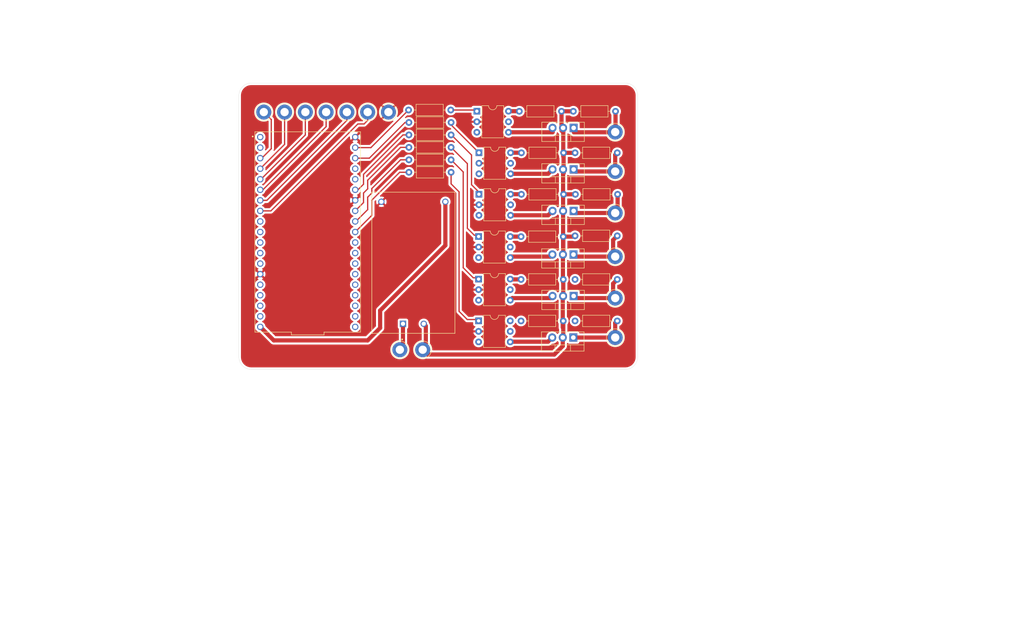
<source format=kicad_pcb>
(kicad_pcb (version 20240108) (generator "pcbnew") (generator_version "8.0")
  (layers (0 "F.Cu" signal) (31 "B.Cu" signal) (34 "B.Paste" user) (35 "F.Paste" user) (36 "B.SilkS" user "B.Silkscreen") (37 "F.SilkS" user "F.Silkscreen") (38 "B.Mask" user) (39 "F.Mask" user) (44 "Edge.Cuts" user))
  (net 0 "")
  (net 1 "AC")
  (net 2 "Net-(R2-Pad1)")
  (net 3 "Net-(R3-Pad2)")
  (net 4 "Net-(R5-Pad1)")
  (net 5 "Net-(R6-Pad2)")
  (net 6 "GND")
  (net 7 "Vcc")
  (net 8 "GNDPWR")
  (net 9 "Net-(Q1-A1)")
  (net 10 "Net-(Q1-G)")
  (net 11 "Net-(Q2-A1)")
  (net 12 "Net-(Q2-G)")
  (net 13 "Net-(Q3-A1)")
  (net 14 "Net-(Q3-G)")
  (net 15 "Net-(Q4-G)")
  (net 16 "Net-(Q4-A1)")
  (net 17 "Net-(Q5-A1)")
  (net 18 "Net-(Q5-G)")
  (net 19 "Net-(Q6-G)")
  (net 20 "Net-(Q6-A1)")
  (net 21 "Net-(R8-Pad1)")
  (net 22 "Net-(R9-Pad2)")
  (net 23 "Net-(R11-Pad1)")
  (net 24 "Net-(R12-Pad2)")
  (net 25 "Net-(R14-Pad1)")
  (net 26 "P2")
  (net 27 "P5")
  (net 28 "S3")
  (net 29 "Net-(R15-Pad2)")
  (net 30 "P1")
  (net 31 "Net-(R17-Pad1)")
  (net 32 "Net-(R18-Pad2)")
  (net 33 "P6")
  (net 34 "P4")
  (net 35 "S1")
  (net 36 "P3")
  (net 37 "S6")
  (net 38 "S4")
  (net 39 "S2")
  (net 40 "S5")
  (footprint "TestPoint:TestPoint_Loop_D3.80mm_Drill2.0mm" (layer "F.Cu") (at 186.58 103.31)
    (property "Reference" "TP18" (hide yes))
    (property "Value" "TestPoint" (hide yes))
    (pad "1" thru_hole circle (at 0 0) (size 3.6 3.6) (drill 2) (layers "*.Cu" "*.Mask") (net 20 "Net-(Q6-A1)"))
  )
  (footprint "Resistor_THT:R_Axial_DIN0207_L6.3mm_D2.5mm_P10.16mm_Horizontal" (layer "F.Cu") (at 176.92 89.31)
    (property "Reference" "R13" (hide yes))
    (property "Value" "470R" (hide yes))
    (pad "1" thru_hole circle (at 0 0) (size 1.6 1.6) (drill 0.8) (layers "*.Cu" "*.Mask") (net 8 "GNDPWR"))
    (pad "2" thru_hole oval (at 10.16 0) (size 1.6 1.6) (drill 0.8) (layers "*.Cu" "*.Mask") (net 17 "Net-(Q5-A1)"))
  )
  (footprint "Package_DIP:DIP-6_W7.62mm" (layer "F.Cu") (at 153.28 48.785)
    (property "Reference" "U1" (hide yes))
    (property "Value" "MOC3010M" (hide yes))
    (pad "1" thru_hole rect (at 0 0) (size 1.6 1.6) (drill 0.8) (layers "*.Cu" "*.Mask") (net 3 "Net-(R3-Pad2)"))
    (pad "2" thru_hole oval (at 0 2.54) (size 1.6 1.6) (drill 0.8) (layers "*.Cu" "*.Mask") (net 6 "GND"))
    (pad "3" thru_hole oval (at 0 5.08) (size 1.6 1.6) (drill 0.8) (layers "*.Cu" "*.Mask"))
    (pad "4" thru_hole oval (at 7.62 5.08) (size 1.6 1.6) (drill 0.8) (layers "*.Cu" "*.Mask") (net 10 "Net-(Q1-G)"))
    (pad "5" thru_hole oval (at 7.62 2.54) (size 1.6 1.6) (drill 0.8) (layers "*.Cu" "*.Mask"))
    (pad "6" thru_hole oval (at 7.62 0) (size 1.6 1.6) (drill 0.8) (layers "*.Cu" "*.Mask") (net 2 "Net-(R2-Pad1)"))
  )
  (footprint "TestPoint:TestPoint_Loop_D3.80mm_Drill2.0mm" (layer "F.Cu") (at 117 49)
    (property "Reference" "TP15" (hide yes))
    (property "Value" "TestPoint" (hide yes))
    (pad "1" thru_hole circle (at 0 0) (size 3.6 3.6) (drill 2) (layers "*.Cu" "*.Mask") (net 38 "S4"))
  )
  (footprint "Package_TO_SOT_THT:TO-220-3_Vertical" (layer "F.Cu") (at 176.58 93.31 180)
    (property "Reference" "Q5" (hide yes))
    (property "Value" "BTA16-600B" (hide yes))
    (pad "1" thru_hole rect (at 0 0 180) (size 1.905 2) (drill 1.1) (layers "*.Cu" "*.Mask") (net 17 "Net-(Q5-A1)"))
    (pad "2" thru_hole oval (at 2.54 0 180) (size 1.905 2) (drill 1.1) (layers "*.Cu" "*.Mask") (net 8 "GNDPWR"))
    (pad "3" thru_hole oval (at 5.08 0 180) (size 1.905 2) (drill 1.1) (layers "*.Cu" "*.Mask") (net 18 "Net-(Q5-G)"))
  )
  (footprint "Resistor_THT:R_Axial_DIN0207_L6.3mm_D2.5mm_P10.16mm_Horizontal" (layer "F.Cu") (at 163.92 79)
    (property "Reference" "R11" (hide yes))
    (property "Value" "330R" (hide yes))
    (pad "1" thru_hole circle (at 0 0) (size 1.6 1.6) (drill 0.8) (layers "*.Cu" "*.Mask") (net 23 "Net-(R11-Pad1)"))
    (pad "2" thru_hole oval (at 10.16 0) (size 1.6 1.6) (drill 0.8) (layers "*.Cu" "*.Mask") (net 8 "GNDPWR"))
  )
  (footprint "TestPoint:TestPoint_Loop_D3.80mm_Drill2.0mm" (layer "F.Cu") (at 107 49)
    (property "Reference" "TP19" (hide yes))
    (property "Value" "TestPoint" (hide yes))
    (pad "1" thru_hole circle (at 0 0) (size 3.6 3.6) (drill 2) (layers "*.Cu" "*.Mask") (net 39 "S2"))
  )
  (footprint "Resistor_THT:R_Axial_DIN0207_L6.3mm_D2.5mm_P10.16mm_Horizontal" (layer "F.Cu") (at 176.92 58.81)
    (property "Reference" "R4" (hide yes))
    (property "Value" "470R" (hide yes))
    (pad "1" thru_hole circle (at 0 0) (size 1.6 1.6) (drill 0.8) (layers "*.Cu" "*.Mask") (net 8 "GNDPWR"))
    (pad "2" thru_hole oval (at 10.16 0) (size 1.6 1.6) (drill 0.8) (layers "*.Cu" "*.Mask") (net 11 "Net-(Q2-A1)"))
  )
  (footprint "TestPoint:TestPoint_Loop_D3.80mm_Drill2.0mm" (layer "F.Cu") (at 127 49)
    (property "Reference" "TP17" (hide yes))
    (property "Value" "TestPoint" (hide yes))
    (pad "1" thru_hole circle (at 0 0) (size 3.6 3.6) (drill 2) (layers "*.Cu" "*.Mask") (net 37 "S6"))
  )
  (footprint "TestPoint:TestPoint_Loop_D3.80mm_Drill2.0mm" (layer "F.Cu") (at 112 49)
    (property "Reference" "TP16" (hide yes))
    (property "Value" "TestPoint" (hide yes))
    (pad "1" thru_hole circle (at 0 0) (size 3.6 3.6) (drill 2) (layers "*.Cu" "*.Mask") (net 28 "S3"))
  )
  (footprint "Resistor_THT:R_Axial_DIN0207_L6.3mm_D2.5mm_P10.16mm_Horizontal" (layer "F.Cu") (at 177 68.81)
    (property "Reference" "R7" (hide yes))
    (property "Value" "470R" (hide yes))
    (pad "1" thru_hole circle (at 0 0) (size 1.6 1.6) (drill 0.8) (layers "*.Cu" "*.Mask") (net 8 "GNDPWR"))
    (pad "2" thru_hole oval (at 10.16 0) (size 1.6 1.6) (drill 0.8) (layers "*.Cu" "*.Mask") (net 13 "Net-(Q3-A1)"))
  )
  (footprint "TestPoint:TestPoint_Loop_D3.80mm_Drill2.0mm" (layer "F.Cu") (at 186.58 73.31)
    (property "Reference" "TP5" (hide yes))
    (property "Value" "TestPoint" (hide yes))
    (pad "1" thru_hole circle (at 0 0) (size 3.6 3.6) (drill 2) (layers "*.Cu" "*.Mask") (net 13 "Net-(Q3-A1)"))
  )
  (footprint "Resistor_THT:R_Axial_DIN0207_L6.3mm_D2.5mm_P10.16mm_Horizontal" (layer "F.Cu") (at 163.92 89.31)
    (property "Reference" "R14" (hide yes))
    (property "Value" "330R" (hide yes))
    (pad "1" thru_hole circle (at 0 0) (size 1.6 1.6) (drill 0.8) (layers "*.Cu" "*.Mask") (net 25 "Net-(R14-Pad1)"))
    (pad "2" thru_hole oval (at 10.16 0) (size 1.6 1.6) (drill 0.8) (layers "*.Cu" "*.Mask") (net 8 "GNDPWR"))
  )
  (footprint "TestPoint:TestPoint_Loop_D3.80mm_Drill2.0mm" (layer "F.Cu") (at 134.75 106.25 180)
    (property "Reference" "TP10" (hide yes))
    (property "Value" "TestPoint" (hide yes))
    (pad "1" thru_hole circle (at 0 0 180) (size 3.6 3.6) (drill 2) (layers "*.Cu" "*.Mask") (net 1 "AC"))
  )
  (footprint "Package_DIP:DIP-6_W7.62mm" (layer "F.Cu") (at 153.7 78.975)
    (property "Reference" "U5" (hide yes))
    (property "Value" "MOC3010M" (hide yes))
    (pad "1" thru_hole rect (at 0 0) (size 1.6 1.6) (drill 0.8) (layers "*.Cu" "*.Mask") (net 24 "Net-(R12-Pad2)"))
    (pad "2" thru_hole oval (at 0 2.54) (size 1.6 1.6) (drill 0.8) (layers "*.Cu" "*.Mask") (net 6 "GND"))
    (pad "3" thru_hole oval (at 0 5.08) (size 1.6 1.6) (drill 0.8) (layers "*.Cu" "*.Mask"))
    (pad "4" thru_hole oval (at 7.62 5.08) (size 1.6 1.6) (drill 0.8) (layers "*.Cu" "*.Mask") (net 15 "Net-(Q4-G)"))
    (pad "5" thru_hole oval (at 7.62 2.54) (size 1.6 1.6) (drill 0.8) (layers "*.Cu" "*.Mask"))
    (pad "6" thru_hole oval (at 7.62 0) (size 1.6 1.6) (drill 0.8) (layers "*.Cu" "*.Mask") (net 23 "Net-(R11-Pad1)"))
  )
  (footprint "Resistor_THT:R_Axial_DIN0207_L6.3mm_D2.5mm_P10.16mm_Horizontal" (layer "F.Cu") (at 163.5 48.81)
    (property "Reference" "R2" (hide yes))
    (property "Value" "330R" (hide yes))
    (pad "1" thru_hole circle (at 0 0) (size 1.6 1.6) (drill 0.8) (layers "*.Cu" "*.Mask") (net 2 "Net-(R2-Pad1)"))
    (pad "2" thru_hole oval (at 10.16 0) (size 1.6 1.6) (drill 0.8) (layers "*.Cu" "*.Mask") (net 8 "GNDPWR"))
  )
  (footprint "Package_TO_SOT_THT:TO-220-3_Vertical" (layer "F.Cu") (at 176.58 72.81 180)
    (property "Reference" "Q3" (hide yes))
    (property "Value" "BTA16-600B" (hide yes))
    (pad "1" thru_hole rect (at 0 0 180) (size 1.905 2) (drill 1.1) (layers "*.Cu" "*.Mask") (net 13 "Net-(Q3-A1)"))
    (pad "2" thru_hole oval (at 2.54 0 180) (size 1.905 2) (drill 1.1) (layers "*.Cu" "*.Mask") (net 8 "GNDPWR"))
    (pad "3" thru_hole oval (at 5.08 0 180) (size 1.905 2) (drill 1.1) (layers "*.Cu" "*.Mask") (net 14 "Net-(Q3-G)"))
  )
  (footprint "TestPoint:TestPoint_Loop_D3.80mm_Drill2.0mm" (layer "F.Cu") (at 186.58 63.31)
    (property "Reference" "TP3" (hide yes))
    (property "Value" "TestPoint" (hide yes))
    (pad "1" thru_hole circle (at 0 0) (size 3.6 3.6) (drill 2) (layers "*.Cu" "*.Mask") (net 11 "Net-(Q2-A1)"))
  )
  (footprint "HLK-PM01:CONV_HLK-PM01" (layer "F.Cu") (at 138 85.3 90)
    (property "Reference" "PS1" (hide yes))
    (property "Value" "HLK-PM01" (hide yes))
    (pad "1" thru_hole rect (at -14.7 -2.5 90) (size 1.508 1.508) (drill 1) (layers "*.Cu" "*.Mask") (net 1 "AC"))
    (pad "2" thru_hole circle (at -14.7 2.5 90) (size 1.508 1.508) (drill 1) (layers "*.Cu" "*.Mask") (net 8 "GNDPWR"))
    (pad "3" thru_hole circle (at 14.7 -7.7 90) (size 1.508 1.508) (drill 1) (layers "*.Cu" "*.Mask") (net 6 "GND"))
    (pad "4" thru_hole circle (at 14.7 7.7 90) (size 1.508 1.508) (drill 1) (layers "*.Cu" "*.Mask") (net 7 "Vcc"))
  )
  (footprint "Package_DIP:DIP-6_W7.62mm" (layer "F.Cu") (at 153.78 58.785)
    (property "Reference" "U2" (hide yes))
    (property "Value" "MOC3010M" (hide yes))
    (pad "1" thru_hole rect (at 0 0) (size 1.6 1.6) (drill 0.8) (layers "*.Cu" "*.Mask") (net 5 "Net-(R6-Pad2)"))
    (pad "2" thru_hole oval (at 0 2.54) (size 1.6 1.6) (drill 0.8) (layers "*.Cu" "*.Mask") (net 6 "GND"))
    (pad "3" thru_hole oval (at 0 5.08) (size 1.6 1.6) (drill 0.8) (layers "*.Cu" "*.Mask"))
    (pad "4" thru_hole oval (at 7.62 5.08) (size 1.6 1.6) (drill 0.8) (layers "*.Cu" "*.Mask") (net 12 "Net-(Q2-G)"))
    (pad "5" thru_hole oval (at 7.62 2.54) (size 1.6 1.6) (drill 0.8) (layers "*.Cu" "*.Mask"))
    (pad "6" thru_hole oval (at 7.62 0) (size 1.6 1.6) (drill 0.8) (layers "*.Cu" "*.Mask") (net 4 "Net-(R5-Pad1)"))
  )
  (footprint "Package_TO_SOT_THT:TO-220-3_Vertical" (layer "F.Cu") (at 176.54 83.31 180)
    (property "Reference" "Q4" (hide yes))
    (property "Value" "BTA16-600B" (hide yes))
    (pad "1" thru_hole rect (at 0 0 180) (size 1.905 2) (drill 1.1) (layers "*.Cu" "*.Mask") (net 16 "Net-(Q4-A1)"))
    (pad "2" thru_hole oval (at 2.54 0 180) (size 1.905 2) (drill 1.1) (layers "*.Cu" "*.Mask") (net 8 "GNDPWR"))
    (pad "3" thru_hole oval (at 5.08 0 180) (size 1.905 2) (drill 1.1) (layers "*.Cu" "*.Mask") (net 15 "Net-(Q4-G)"))
  )
  (footprint "TestPoint:TestPoint_Loop_D3.80mm_Drill2.0mm" (layer "F.Cu") (at 102 49)
    (property "Reference" "TP20" (hide yes))
    (property "Value" "TestPoint" (hide yes))
    (pad "1" thru_hole circle (at 0 0) (size 3.6 3.6) (drill 2) (layers "*.Cu" "*.Mask") (net 35 "S1"))
  )
  (footprint "Resistor_THT:R_Axial_DIN0207_L6.3mm_D2.5mm_P10.16mm_Horizontal" (layer "F.Cu") (at 136.92 57.5)
    (property "Reference" "R12" (hide yes))
    (property "Value" "330R" (hide yes))
    (pad "1" thru_hole circle (at 0 0) (size 1.6 1.6) (drill 0.8) (layers "*.Cu" "*.Mask") (net 34 "P4"))
    (pad "2" thru_hole oval (at 10.16 0) (size 1.6 1.6) (drill 0.8) (layers "*.Cu" "*.Mask") (net 24 "Net-(R12-Pad2)"))
  )
  (footprint "Resistor_THT:R_Axial_DIN0207_L6.3mm_D2.5mm_P10.16mm_Horizontal" (layer "F.Cu") (at 136.92 63.5)
    (property "Reference" "R18" (hide yes))
    (property "Value" "330R" (hide yes))
    (pad "1" thru_hole circle (at 0 0) (size 1.6 1.6) (drill 0.8) (layers "*.Cu" "*.Mask") (net 33 "P6"))
    (pad "2" thru_hole oval (at 10.16 0) (size 1.6 1.6) (drill 0.8) (layers "*.Cu" "*.Mask") (net 32 "Net-(R18-Pad2)"))
  )
  (footprint "Resistor_THT:R_Axial_DIN0207_L6.3mm_D2.5mm_P10.16mm_Horizontal" (layer "F.Cu") (at 176.92 78.81)
    (property "Reference" "R10" (hide yes))
    (property "Value" "470R" (hide yes))
    (pad "1" thru_hole circle (at 0 0) (size 1.6 1.6) (drill 0.8) (layers "*.Cu" "*.Mask") (net 8 "GNDPWR"))
    (pad "2" thru_hole oval (at 10.16 0) (size 1.6 1.6) (drill 0.8) (layers "*.Cu" "*.Mask") (net 16 "Net-(Q4-A1)"))
  )
  (footprint "TestPoint:TestPoint_Loop_D3.80mm_Drill2.0mm" (layer "F.Cu") (at 122 49)
    (property "Reference" "TP21" (hide yes))
    (property "Value" "TestPoint" (hide yes))
    (pad "1" thru_hole circle (at 0 0) (size 3.6 3.6) (drill 2) (layers "*.Cu" "*.Mask") (net 40 "S5"))
  )
  (footprint "Resistor_THT:R_Axial_DIN0207_L6.3mm_D2.5mm_P10.16mm_Horizontal" (layer "F.Cu") (at 136.84 48.5)
    (property "Reference" "R3" (hide yes))
    (property "Value" "330R" (hide yes))
    (pad "1" thru_hole circle (at 0 0) (size 1.6 1.6) (drill 0.8) (layers "*.Cu" "*.Mask") (net 30 "P1"))
    (pad "2" thru_hole oval (at 10.16 0) (size 1.6 1.6) (drill 0.8) (layers "*.Cu" "*.Mask") (net 3 "Net-(R3-Pad2)"))
  )
  (footprint "Package_TO_SOT_THT:TO-220-3_Vertical" (layer "F.Cu") (at 176.58 52.81 180)
    (property "Reference" "Q1" (hide yes))
    (property "Value" "BTA16-600B" (hide yes))
    (pad "1" thru_hole rect (at 0 0 180) (size 1.905 2) (drill 1.1) (layers "*.Cu" "*.Mask") (net 9 "Net-(Q1-A1)"))
    (pad "2" thru_hole oval (at 2.54 0 180) (size 1.905 2) (drill 1.1) (layers "*.Cu" "*.Mask") (net 8 "GNDPWR"))
    (pad "3" thru_hole oval (at 5.08 0 180) (size 1.905 2) (drill 1.1) (layers "*.Cu" "*.Mask") (net 10 "Net-(Q1-G)"))
  )
  (footprint "TestPoint:TestPoint_Loop_D3.80mm_Drill2.0mm" (layer "F.Cu") (at 186.58 53.81)
    (property "Reference" "TP1" (hide yes))
    (property "Value" "TestPoint" (hide yes))
    (pad "1" thru_hole circle (at 0 0) (size 3.6 3.6) (drill 2) (layers "*.Cu" "*.Mask") (net 9 "Net-(Q1-A1)"))
  )
  (footprint "Resistor_THT:R_Axial_DIN0207_L6.3mm_D2.5mm_P10.16mm_Horizontal" (layer "F.Cu") (at 136.92 54.5)
    (property "Reference" "R9" (hide yes))
    (property "Value" "330R" (hide yes))
    (pad "1" thru_hole circle (at 0 0) (size 1.6 1.6) (drill 0.8) (layers "*.Cu" "*.Mask") (net 36 "P3"))
    (pad "2" thru_hole oval (at 10.16 0) (size 1.6 1.6) (drill 0.8) (layers "*.Cu" "*.Mask") (net 22 "Net-(R9-Pad2)"))
  )
  (footprint "Resistor_THT:R_Axial_DIN0207_L6.3mm_D2.5mm_P10.16mm_Horizontal" (layer "F.Cu") (at 136.92 60.5)
    (property "Reference" "R15" (hide yes))
    (property "Value" "330R" (hide yes))
    (pad "1" thru_hole circle (at 0 0) (size 1.6 1.6) (drill 0.8) (layers "*.Cu" "*.Mask") (net 27 "P5"))
    (pad "2" thru_hole oval (at 10.16 0) (size 1.6 1.6) (drill 0.8) (layers "*.Cu" "*.Mask") (net 29 "Net-(R15-Pad2)"))
  )
  (footprint "TestPoint:TestPoint_Loop_D3.80mm_Drill2.0mm" (layer "F.Cu") (at 132 49)
    (property "Reference" "TP12" (hide yes))
    (property "Value" "TestPoint" (hide yes))
    (pad "1" thru_hole circle (at 0 0) (size 3.6 3.6) (drill 2) (layers "*.Cu" "*.Mask") (net 6 "GND"))
  )
  (footprint "Package_DIP:DIP-6_W7.62mm" (layer "F.Cu") (at 153.7 89.23)
    (property "Reference" "U6" (hide yes))
    (property "Value" "MOC3010M" (hide yes))
    (pad "1" thru_hole rect (at 0 0) (size 1.6 1.6) (drill 0.8) (layers "*.Cu" "*.Mask") (net 29 "Net-(R15-Pad2)"))
    (pad "2" thru_hole oval (at 0 2.54) (size 1.6 1.6) (drill 0.8) (layers "*.Cu" "*.Mask") (net 6 "GND"))
    (pad "3" thru_hole oval (at 0 5.08) (size 1.6 1.6) (drill 0.8) (layers "*.Cu" "*.Mask"))
    (pad "4" thru_hole oval (at 7.62 5.08) (size 1.6 1.6) (drill 0.8) (layers "*.Cu" "*.Mask") (net 18 "Net-(Q5-G)"))
    (pad "5" thru_hole oval (at 7.62 2.54) (size 1.6 1.6) (drill 0.8) (layers "*.Cu" "*.Mask"))
    (pad "6" thru_hole oval (at 7.62 0) (size 1.6 1.6) (drill 0.8) (layers "*.Cu" "*.Mask") (net 25 "Net-(R14-Pad1)"))
  )
  (footprint "Package_DIP:DIP-6_W7.62mm" (layer "F.Cu") (at 153.7 99.285)
    (property "Reference" "U7" (hide yes))
    (property "Value" "MOC3010M" (hide yes))
    (pad "1" thru_hole rect (at 0 0) (size 1.6 1.6) (drill 0.8) (layers "*.Cu" "*.Mask") (net 32 "Net-(R18-Pad2)"))
    (pad "2" thru_hole oval (at 0 2.54) (size 1.6 1.6) (drill 0.8) (layers "*.Cu" "*.Mask") (net 6 "GND"))
    (pad "3" thru_hole oval (at 0 5.08) (size 1.6 1.6) (drill 0.8) (layers "*.Cu" "*.Mask"))
    (pad "4" thru_hole oval (at 7.62 5.08) (size 1.6 1.6) (drill 0.8) (layers "*.Cu" "*.Mask") (net 19 "Net-(Q6-G)"))
    (pad "5" thru_hole oval (at 7.62 2.54) (size 1.6 1.6) (drill 0.8) (layers "*.Cu" "*.Mask"))
    (pad "6" thru_hole oval (at 7.62 0) (size 1.6 1.6) (drill 0.8) (layers "*.Cu" "*.Mask") (net 31 "Net-(R17-Pad1)"))
  )
  (footprint "TestPoint:TestPoint_Loop_D3.80mm_Drill2.0mm" (layer "F.Cu") (at 186.58 83.81)
    (property "Reference" "TP7" (hide yes))
    (property "Value" "TestPoint" (hide yes))
    (pad "1" thru_hole circle (at 0 0) (size 3.6 3.6) (drill 2) (layers "*.Cu" "*.Mask") (net 16 "Net-(Q4-A1)"))
  )
  (footprint "NODEMCU-32S:MODULE_NODEMCU-32S" (layer "F.Cu") (at 112.57 77.88)
    (property "Reference" "U3" (hide yes))
    (property "Value" "NODEMCU-32S" (hide yes))
    (pad "J1_1" thru_hole circle (at -11.43 -22.86) (size 1.524 1.524) (drill 1.016) (layers "*.Cu" "*.Mask"))
    (pad "J1_2" thru_hole circle (at -11.43 -20.32) (size 1.524 1.524) (drill 1.016) (layers "*.Cu" "*.Mask"))
    (pad "J1_3" thru_hole circle (at -11.43 -17.78) (size 1.524 1.524) (drill 1.016) (layers "*.Cu" "*.Mask") (net 35 "S1"))
    (pad "J1_4" thru_hole circle (at -11.43 -15.24) (size 1.524 1.524) (drill 1.016) (layers "*.Cu" "*.Mask") (net 39 "S2"))
    (pad "J1_5" thru_hole circle (at -11.43 -12.7) (size 1.524 1.524) (drill 1.016) (layers "*.Cu" "*.Mask") (net 28 "S3"))
    (pad "J1_6" thru_hole circle (at -11.43 -10.16) (size 1.524 1.524) (drill 1.016) (layers "*.Cu" "*.Mask") (net 38 "S4"))
    (pad "J1_7" thru_hole circle (at -11.43 -7.62) (size 1.524 1.524) (drill 1.016) (layers "*.Cu" "*.Mask") (net 40 "S5"))
    (pad "J1_8" thru_hole circle (at -11.43 -5.08) (size 1.524 1.524) (drill 1.016) (layers "*.Cu" "*.Mask") (net 37 "S6"))
    (pad "J1_9" thru_hole circle (at -11.43 -2.54) (size 1.524 1.524) (drill 1.016) (layers "*.Cu" "*.Mask"))
    (pad "J1_10" thru_hole circle (at -11.43 0) (size 1.524 1.524) (drill 1.016) (layers "*.Cu" "*.Mask"))
    (pad "J1_11" thru_hole circle (at -11.43 2.54) (size 1.524 1.524) (drill 1.016) (layers "*.Cu" "*.Mask"))
    (pad "J1_12" thru_hole circle (at -11.43 5.08) (size 1.524 1.524) (drill 1.016) (layers "*.Cu" "*.Mask"))
    (pad "J1_13" thru_hole circle (at -11.43 7.62) (size 1.524 1.524) (drill 1.016) (layers "*.Cu" "*.Mask"))
    (pad "J1_14" thru_hole circle (at -11.43 10.16) (size 1.524 1.524) (drill 1.016) (layers "*.Cu" "*.Mask") (net 6 "GND"))
    (pad "J1_15" thru_hole circle (at -11.43 12.7) (size 1.524 1.524) (drill 1.016) (layers "*.Cu" "*.Mask"))
    (pad "J1_16" thru_hole circle (at -11.43 15.24) (size 1.524 1.524) (drill 1.016) (layers "*.Cu" "*.Mask"))
    (pad "J1_17" thru_hole circle (at -11.43 17.78) (size 1.524 1.524) (drill 1.016) (layers "*.Cu" "*.Mask"))
    (pad "J1_18" thru_hole circle (at -11.43 20.32) (size 1.524 1.524) (drill 1.016) (layers "*.Cu" "*.Mask"))
    (pad "J1_19" thru_hole circle (at -11.43 22.86) (size 1.524 1.524) (drill 1.016) (layers "*.Cu" "*.Mask") (net 7 "Vcc"))
    (pad "J2_1" thru_hole circle (at 11.43 -22.86) (size 1.524 1.524) (drill 1.016) (layers "*.Cu" "*.Mask") (net 6 "GND"))
    (pad "J2_2" thru_hole circle (at 11.43 -20.32) (size 1.524 1.524) (drill 1.016) (layers "*.Cu" "*.Mask") (net 30 "P1"))
    (pad "J2_3" thru_hole circle (at 11.43 -17.78) (size 1.524 1.524) (drill 1.016) (layers "*.Cu" "*.Mask") (net 26 "P2"))
    (pad "J2_4" thru_hole circle (at 11.43 -15.24) (size 1.524 1.524) (drill 1.016) (layers "*.Cu" "*.Mask"))
    (pad "J2_5" thru_hole circle (at 11.43 -12.7) (size 1.524 1.524) (drill 1.016) (layers "*.Cu" "*.Mask"))
    (pad "J2_6" thru_hole circle (at 11.43 -10.16) (size 1.524 1.524) (drill 1.016) (layers "*.Cu" "*.Mask") (net 36 "P3"))
    (pad "J2_7" thru_hole circle (at 11.43 -7.62) (size 1.524 1.524) (drill 1.016) (layers "*.Cu" "*.Mask") (net 6 "GND"))
    (pad "J2_8" thru_hole circle (at 11.43 -5.08) (size 1.524 1.524) (drill 1.016) (layers "*.Cu" "*.Mask") (net 34 "P4"))
    (pad "J2_9" thru_hole circle (at 11.43 -2.54) (size 1.524 1.524) (drill 1.016) (layers "*.Cu" "*.Mask") (net 27 "P5"))
    (pad "J2_10" thru_hole circle (at 11.43 0) (size 1.524 1.524) (drill 1.016) (layers "*.Cu" "*.Mask") (net 33 "P6"))
    (pad "J2_11" thru_hole circle (at 11.43 2.54) (size 1.524 1.524) (drill 1.016) (layers "*.Cu" "*.Mask"))
    (pad "J2_12" thru_hole circle (at 11.43 5.08) (size 1.524 1.524) (drill 1.016) (layers "*.Cu" "*.Mask"))
    (pad "J2_13" thru_hole circle (at 11.43 7.62) (size 1.524 1.524) (drill 1.016) (layers "*.Cu" "*.Mask"))
    (pad "J2_14" thru_hole circle (at 11.43 10.16) (size 1.524 1.524) (drill 1.016) (layers "*.Cu" "*.Mask"))
    (pad "J2_15" thru_hole circle (at 11.43 12.7) (size 1.524 1.524) (drill 1.016) (layers "*.Cu" "*.Mask"))
    (pad "J2_16" thru_hole circle (at 11.43 15.24) (size 1.524 1.524) (drill 1.016) (layers "*.Cu" "*.Mask"))
    (pad "J2_17" thru_hole circle (at 11.43 17.78) (size 1.524 1.524) (drill 1.016) (layers "*.Cu" "*.Mask"))
    (pad "J2_18" thru_hole circle (at 11.43 20.32) (size 1.524 1.524) (drill 1.016) (layers "*.Cu" "*.Mask"))
    (pad "J2_19" thru_hole circle (at 11.43 22.86) (size 1.524 1.524) (drill 1.016) (layers "*.Cu" "*.Mask"))
  )
  (footprint "Resistor_THT:R_Axial_DIN0207_L6.3mm_D2.5mm_P10.16mm_Horizontal" (layer "F.Cu") (at 164 58.81)
    (property "Reference" "R5" (hide yes))
    (property "Value" "330R" (hide yes))
    (pad "1" thru_hole circle (at 0 0) (size 1.6 1.6) (drill 0.8) (layers "*.Cu" "*.Mask") (net 4 "Net-(R5-Pad1)"))
    (pad "2" thru_hole oval (at 10.16 0) (size 1.6 1.6) (drill 0.8) (layers "*.Cu" "*.Mask") (net 8 "GNDPWR"))
  )
  (footprint "Package_TO_SOT_THT:TO-220-3_Vertical" (layer "F.Cu") (at 176.58 62.81 180)
    (property "Reference" "Q2" (hide yes))
    (property "Value" "BTA16-600B" (hide yes))
    (pad "1" thru_hole rect (at 0 0 180) (size 1.905 2) (drill 1.1) (layers "*.Cu" "*.Mask") (net 11 "Net-(Q2-A1)"))
    (pad "2" thru_hole oval (at 2.54 0 180) (size 1.905 2) (drill 1.1) (layers "*.Cu" "*.Mask") (net 8 "GNDPWR"))
    (pad "3" thru_hole oval (at 5.08 0 180) (size 1.905 2) (drill 1.1) (layers "*.Cu" "*.Mask") (net 12 "Net-(Q2-G)"))
  )
  (footprint "Resistor_THT:R_Axial_DIN0207_L6.3mm_D2.5mm_P10.16mm_Horizontal" (layer "F.Cu") (at 176.5 48.81)
    (property "Reference" "R1" (hide yes))
    (property "Value" "470R" (hide yes))
    (pad "1" thru_hole circle (at 0 0) (size 1.6 1.6) (drill 0.8) (layers "*.Cu" "*.Mask") (net 8 "GNDPWR"))
    (pad "2" thru_hole oval (at 10.16 0) (size 1.6 1.6) (drill 0.8) (layers "*.Cu" "*.Mask") (net 9 "Net-(Q1-A1)"))
  )
  (footprint "Resistor_THT:R_Axial_DIN0207_L6.3mm_D2.5mm_P10.16mm_Horizontal" (layer "F.Cu") (at 136.92 51.5)
    (property "Reference" "R6" (hide yes))
    (property "Value" "330R" (hide yes))
    (pad "1" thru_hole circle (at 0 0) (size 1.6 1.6) (drill 0.8) (layers "*.Cu" "*.Mask") (net 26 "P2"))
    (pad "2" thru_hole oval (at 10.16 0) (size 1.6 1.6) (drill 0.8) (layers "*.Cu" "*.Mask") (net 5 "Net-(R6-Pad2)"))
  )
  (footprint "Resistor_THT:R_Axial_DIN0207_L6.3mm_D2.5mm_P10.16mm_Horizontal" (layer "F.Cu") (at 176.92 99.31)
    (property "Reference" "R16" (hide yes))
    (property "Value" "470R" (hide yes))
    (pad "1" thru_hole circle (at 0 0) (size 1.6 1.6) (drill 0.8) (layers "*.Cu" "*.Mask") (net 8 "GNDPWR"))
    (pad "2" thru_hole oval (at 10.16 0) (size 1.6 1.6) (drill 0.8) (layers "*.Cu" "*.Mask") (net 20 "Net-(Q6-A1)"))
  )
  (footprint "TestPoint:TestPoint_Loop_D3.80mm_Drill2.0mm" (layer "F.Cu") (at 140.25 106.25 180)
    (property "Reference" "TP2" (hide yes))
    (property "Value" "TestPoint" (hide yes))
    (pad "1" thru_hole circle (at 0 0 180) (size 3.6 3.6) (drill 2) (layers "*.Cu" "*.Mask") (net 8 "GNDPWR"))
  )
  (footprint "Package_DIP:DIP-6_W7.62mm" (layer "F.Cu") (at 153.78 68.785)
    (property "Reference" "U4" (hide yes))
    (property "Value" "MOC3010M" (hide yes))
    (pad "1" thru_hole rect (at 0 0) (size 1.6 1.6) (drill 0.8) (layers "*.Cu" "*.Mask") (net 22 "Net-(R9-Pad2)"))
    (pad "2" thru_hole oval (at 0 2.54) (size 1.6 1.6) (drill 0.8) (layers "*.Cu" "*.Mask") (net 6 "GND"))
    (pad "3" thru_hole oval (at 0 5.08) (size 1.6 1.6) (drill 0.8) (layers "*.Cu" "*.Mask"))
    (pad "4" thru_hole oval (at 7.62 5.08) (size 1.6 1.6) (drill 0.8) (layers "*.Cu" "*.Mask") (net 14 "Net-(Q3-G)"))
    (pad "5" thru_hole oval (at 7.62 2.54) (size 1.6 1.6) (drill 0.8) (layers "*.Cu" "*.Mask"))
    (pad "6" thru_hole oval (at 7.62 0) (size 1.6 1.6) (drill 0.8) (layers "*.Cu" "*.Mask") (net 21 "Net-(R8-Pad1)"))
  )
  (footprint "Resistor_THT:R_Axial_DIN0207_L6.3mm_D2.5mm_P10.16mm_Horizontal" (layer "F.Cu") (at 163.92 99.31)
    (property "Reference" "R17" (hide yes))
    (property "Value" "330R" (hide yes))
    (pad "1" thru_hole circle (at 0 0) (size 1.6 1.6) (drill 0.8) (layers "*.Cu" "*.Mask") (net 31 "Net-(R17-Pad1)"))
    (pad "2" thru_hole oval (at 10.16 0) (size 1.6 1.6) (drill 0.8) (layers "*.Cu" "*.Mask") (net 8 "GNDPWR"))
  )
  (footprint "TestPoint:TestPoint_Loop_D3.80mm_Drill2.0mm" (layer "F.Cu") (at 186.58 93.81)
    (property "Reference" "TP9" (hide yes))
    (property "Value" "TestPoint" (hide yes))
    (pad "1" thru_hole circle (at 0 0) (size 3.6 3.6) (drill 2) (layers "*.Cu" "*.Mask") (net 17 "Net-(Q5-A1)"))
  )
  (footprint "Package_TO_SOT_THT:TO-220-3_Vertical" (layer "F.Cu") (at 176.5 103.31 180)
    (property "Reference" "Q6" (hide yes))
    (property "Value" "BTA16-600B" (hide yes))
    (pad "1" thru_hole rect (at 0 0 180) (size 1.905 2) (drill 1.1) (layers "*.Cu" "*.Mask") (net 20 "Net-(Q6-A1)"))
    (pad "2" thru_hole oval (at 2.54 0 180) (size 1.905 2) (drill 1.1) (layers "*.Cu" "*.Mask") (net 8 "GNDPWR"))
    (pad "3" thru_hole oval (at 5.08 0 180) (size 1.905 2) (drill 1.1) (layers "*.Cu" "*.Mask") (net 19 "Net-(Q6-G)"))
  )
  (footprint "Resistor_THT:R_Axial_DIN0207_L6.3mm_D2.5mm_P10.16mm_Horizontal" (layer "F.Cu") (at 164 68.81)
    (property "Reference" "R8" (hide yes))
    (property "Value" "330R" (hide yes))
    (pad "1" thru_hole circle (at 0 0) (size 1.6 1.6) (drill 0.8) (layers "*.Cu" "*.Mask") (net 21 "Net-(R8-Pad1)"))
    (pad "2" thru_hole oval (at 10.16 0) (size 1.6 1.6) (drill 0.8) (layers "*.Cu" "*.Mask") (net 8 "GNDPWR"))
  )
  (gr_arc (start 96 45) (mid 96.87868 42.87868) (end 99 42) (stroke (width 0.05)) (layer "Edge.Cuts"))
  (gr_arc (start 192 108) (mid 191.12132 110.12132) (end 189 111) (stroke (width 0.05)) (layer "Edge.Cuts"))
  (gr_line (start 189 111) (end 99 111) (stroke (width 0.05)) (layer "Edge.Cuts"))
  (gr_line (start 99 42) (end 189 42) (stroke (width 0.05)) (layer "Edge.Cuts"))
  (gr_line (start 96 108) (end 96 45) (stroke (width 0.05)) (layer "Edge.Cuts"))
  (gr_arc (start 189 42) (mid 191.12132 42.87868) (end 192 45) (stroke (width 0.05)) (layer "Edge.Cuts"))
  (gr_line (start 192 45) (end 192 108) (stroke (width 0.05)) (layer "Edge.Cuts"))
  (gr_arc (start 99 111) (mid 96.87868 110.12132) (end 96 108) (stroke (width 0.05)) (layer "Edge.Cuts"))
  (segment (start 135.5 105.5) (end 135.5 100) (width 1) (layer "F.Cu") (net 1))
  (segment (start 134.75 106.25) (end 135.25 105.75) (width 0.3) (layer "F.Cu") (net 1))
  (segment (start 134.75 106.25) (end 135.5 105.5) (width 1) (layer "F.Cu") (net 1))
  (segment (start 163.475 48.785) (end 163.5 48.81) (width 1) (layer "F.Cu") (net 2))
  (segment (start 160.9 48.785) (end 163.475 48.785) (width 1) (layer "F.Cu") (net 2))
  (segment (start 152.995 48.5) (end 153.28 48.785) (width 0.3) (layer "F.Cu") (net 3))
  (segment (start 147 48.5) (end 152.995 48.5) (width 0.3) (layer "F.Cu") (net 3))
  (segment (start 152.755 49.31) (end 153.28 48.785) (width 0.3) (layer "F.Cu") (net 3))
  (segment (start 163.975 58.785) (end 164 58.81) (width 1) (layer "F.Cu") (net 4))
  (segment (start 161.4 58.785) (end 163.975 58.785) (width 1) (layer "F.Cu") (net 4))
  (segment (start 146.5 51.5) (end 153.785 58.785) (width 0.3) (layer "F.Cu") (net 5))
  (segment (start 132 50.5) (end 132 49) (width 0.3) (layer "F.Cu") (net 6))
  (segment (start 100.82 87.72) (end 101.14 88.04) (width 0.3) (layer "F.Cu") (net 6))
  (segment (start 130 101) (end 127 104) (width 1) (layer "F.Cu") (net 7))
  (segment (start 104.4 104) (end 101.14 100.74) (width 1) (layer "F.Cu") (net 7))
  (segment (start 130 96.807581) (end 130 101) (width 1) (layer "F.Cu") (net 7))
  (segment (start 145.7 70.6) (end 145.7 81.107581) (width 1) (layer "F.Cu") (net 7))
  (segment (start 145.7 81.107581) (end 130 96.807581) (width 1) (layer "F.Cu") (net 7))
  (segment (start 127 104) (end 104.4 104) (width 1) (layer "F.Cu") (net 7))
  (segment (start 174.08 89.31) (end 174.08 93.19) (width 1) (layer "F.Cu") (net 8))
  (segment (start 140.25 106.25) (end 140.75 105.75) (width 0.3) (layer "F.Cu") (net 8))
  (segment (start 174.04 65.35) (end 174.04 81.69) (width 1) (layer "F.Cu") (net 8))
  (segment (start 174 89.23) (end 174.08 89.31) (width 1) (layer "F.Cu") (net 8))
  (segment (start 173.96 94) (end 173.96 100.88) (width 1) (layer "F.Cu") (net 8))
  (segment (start 140.25 106.25) (end 141 105.5) (width 1) (layer "F.Cu") (net 8))
  (segment (start 141.4 107.4) (end 171.925 107.4) (width 1) (layer "F.Cu") (net 8))
  (segment (start 141 105.5) (end 141 100.5) (width 1) (layer "F.Cu") (net 8))
  (segment (start 174.04 65.27) (end 174.04 62.81) (width 1) (layer "F.Cu") (net 8))
  (segment (start 177 58.81) (end 174.16 58.81) (width 1) (layer "F.Cu") (net 8))
  (segment (start 174.08 79) (end 174.08 83.475) (width 1) (layer "F.Cu") (net 8))
  (segment (start 174.16 68.81) (end 177 68.81) (width 1) (layer "F.Cu") (net 8))
  (segment (start 141 100.5) (end 140.5 100) (width 0.3) (layer "F.Cu") (net 8))
  (segment (start 174.08 99.31) (end 174.08 103.93) (width 1) (layer "F.Cu") (net 8))
  (segment (start 173.66 48.81) (end 176.5 48.81) (width 1) (layer "F.Cu") (net 8))
  (segment (start 174.16 63.73) (end 174.08 63.81) (width 1) (layer "F.Cu") (net 8))
  (segment (start 174.08 53.865) (end 174.08 59.73) (width 1) (layer "F.Cu") (net 8))
  (segment (start 174.08 79) (end 176.92 79) (width 1) (layer "F.Cu") (net 8))
  (segment (start 173.66 53.445) (end 174.08 53.865) (width 1) (layer "F.Cu") (net 8))
  (segment (start 174.16 68.81) (end 174.12 68.85) (width 1) (layer "F.Cu") (net 8))
  (segment (start 174.08 83.475) (end 174 83.555) (width 1) (layer "F.Cu") (net 8))
  (segment (start 140.25 106.25) (end 141.4 107.4) (width 1) (layer "F.Cu") (net 8))
  (segment (start 174 83.555) (end 174 89.92) (width 1) (layer "F.Cu") (net 8))
  (segment (start 173.96 78.88) (end 174.08 79) (width 1) (layer "F.Cu") (net 8))
  (segment (start 171.925 107.4) (end 173.96 105.365) (width 1) (layer "F.Cu") (net 8))
  (segment (start 174.04 78.96) (end 174.08 79) (width 1) (layer "F.Cu") (net 8))
  (segment (start 173.96 105.365) (end 173.96 103.31) (width 1) (layer "F.Cu") (net 8))
  (segment (start 174.16 58.81) (end 174.16 63.73) (width 1) (layer "F.Cu") (net 8))
  (segment (start 174.08 58.73) (end 174.16 58.81) (width 1) (layer "F.Cu") (net 8))
  (segment (start 174.04 68.69) (end 174.16 68.81) (width 1) (layer "F.Cu") (net 8))
  (segment (start 173.96 99.19) (end 174.08 99.31) (width 1) (layer "F.Cu") (net 8))
  (segment (start 173.66 48.81) (end 173.66 53.445) (width 1) (layer "F.Cu") (net 8))
  (segment (start 174.08 93.19) (end 173.96 93.31) (width 1) (layer "F.Cu") (net 8))
  (segment (start 186.66 53.73) (end 186.58 53.81) (width 1) (layer "F.Cu") (net 9))
  (segment (start 186.525 53.865) (end 186.58 53.81) (width 1) (layer "F.Cu") (net 9))
  (segment (start 176.62 53.865) (end 186.525 53.865) (width 1) (layer "F.Cu") (net 9))
  (segment (start 186.66 48.81) (end 186.66 53.73) (width 1) (layer "F.Cu") (net 9))
  (segment (start 160.9 53.865) (end 171.54 53.865) (width 1) (layer "F.Cu") (net 10))
  (segment (start 186.58 63.31) (end 177.08 63.31) (width 1) (layer "F.Cu") (net 11))
  (segment (start 186.58 63.31) (end 186.58 59.31) (width 1) (layer "F.Cu") (net 11))
  (segment (start 186.58 59.31) (end 187.08 58.81) (width 1) (layer "F.Cu") (net 11))
  (segment (start 177.08 63.31) (end 176.58 62.81) (width 1) (layer "F.Cu") (net 11))
  (segment (start 161.4 63.865) (end 170.445 63.865) (width 1) (layer "F.Cu") (net 12))
  (segment (start 170.445 63.865) (end 171.5 62.81) (width 1) (layer "F.Cu") (net 12))
  (segment (start 186.58 73.31) (end 177.08 73.31) (width 1) (layer "F.Cu") (net 13))
  (segment (start 177.08 73.31) (end 176.58 72.81) (width 1) (layer "F.Cu") (net 13))
  (segment (start 187.16 72.73) (end 186.58 73.31) (width 1) (layer "F.Cu") (net 13))
  (segment (start 187.16 68.81) (end 187.16 72.73) (width 1) (layer "F.Cu") (net 13))
  (segment (start 161.4 73.865) (end 170.445 73.865) (width 1) (layer "F.Cu") (net 14))
  (segment (start 170.445 73.865) (end 171.5 72.81) (width 1) (layer "F.Cu") (net 14))
  (segment (start 170.96 83.81) (end 161.565 83.81) (width 1) (layer "F.Cu") (net 15))
  (segment (start 161.565 83.81) (end 161.32 84.055) (width 1) (layer "F.Cu") (net 15))
  (segment (start 171.46 83.31) (end 170.96 83.81) (width 1) (layer "F.Cu") (net 15))
  (segment (start 177.04 83.81) (end 176.54 83.31) (width 1) (layer "F.Cu") (net 16))
  (segment (start 186.08 83.81) (end 177.04 83.81) (width 1) (layer "F.Cu") (net 16))
  (segment (start 186.08 79.81) (end 187.08 78.81) (width 1) (layer "F.Cu") (net 16))
  (segment (start 186.08 83.81) (end 186.08 79.81) (width 1) (layer "F.Cu") (net 16))
  (segment (start 177.08 93.81) (end 176.58 93.31) (width 1) (layer "F.Cu") (net 17))
  (segment (start 186.08 90.31) (end 187.08 89.31) (width 1) (layer "F.Cu") (net 17))
  (segment (start 186.08 93.81) (end 177.08 93.81) (width 1) (layer "F.Cu") (net 17))
  (segment (start 186.08 93.81) (end 186.08 90.31) (width 1) (layer "F.Cu") (net 17))
  (segment (start 171 93.81) (end 161.82 93.81) (width 1) (layer "F.Cu") (net 18))
  (segment (start 171.5 93.31) (end 171 93.81) (width 1) (layer "F.Cu") (net 18))
  (segment (start 161.82 93.81) (end 161.32 94.31) (width 1) (layer "F.Cu") (net 18))
  (segment (start 171.42 103.31) (end 170.42 104.31) (width 1) (layer "F.Cu") (net 19))
  (segment (start 170.42 104.31) (end 161.375 104.31) (width 1) (layer "F.Cu") (net 19))
  (segment (start 161.375 104.31) (end 161.32 104.365) (width 1) (layer "F.Cu") (net 19))
  (segment (start 186.58 99.81) (end 187.08 99.31) (width 1) (layer "F.Cu") (net 20))
  (segment (start 186.58 103.31) (end 176.5 103.31) (width 1) (layer "F.Cu") (net 20))
  (segment (start 186.58 103.31) (end 186.58 99.81) (width 1) (layer "F.Cu") (net 20))
  (segment (start 163.975 68.785) (end 164 68.81) (width 1) (layer "F.Cu") (net 21))
  (segment (start 161.4 68.785) (end 163.975 68.785) (width 1) (layer "F.Cu") (net 21))
  (segment (start 147.15 54.5) (end 152 59.35) (width 0.3) (layer "F.Cu") (net 22))
  (segment (start 152 66.5) (end 154.285 68.785) (width 0.3) (layer "F.Cu") (net 22))
  (segment (start 152 59.35) (end 152 66.5) (width 0.3) (layer "F.Cu") (net 22))
  (segment (start 161.345 79) (end 161.32 78.975) (width 1) (layer "F.Cu") (net 23))
  (segment (start 163.92 79) (end 161.345 79) (width 1) (layer "F.Cu") (net 23))
  (segment (start 151 77) (end 152.665 78.665) (width 0.3) (layer "F.Cu") (net 24))
  (segment (start 153.39 78.665) (end 153.7 78.975) (width 0.3) (layer "F.Cu") (net 24))
  (segment (start 152.665 78.665) (end 153.39 78.665) (width 0.3) (layer "F.Cu") (net 24))
  (segment (start 151 61.42) (end 151 77) (width 0.3) (layer "F.Cu") (net 24))
  (segment (start 147.08 57.5) (end 151 61.42) (width 0.3) (layer "F.Cu") (net 24))
  (segment (start 163.92 89.31) (end 161.4 89.31) (width 1) (layer "F.Cu") (net 25))
  (segment (start 161.4 89.31) (end 161.32 89.23) (width 1) (layer "F.Cu") (net 25))
  (segment (start 136 51.5) (end 127.4 60.1) (width 0.3) (layer "F.Cu") (net 26))
  (segment (start 127.4 60.1) (end 124 60.1) (width 0.3) (layer "F.Cu") (net 26))
  (segment (start 136.92 51.5) (end 136 51.5) (width 0.3) (layer "F.Cu") (net 26))
  (segment (start 127 69.5) (end 128 68.5) (width 0.3) (layer "F.Cu") (net 27))
  (segment (start 128 67.42) (end 134.92 60.5) (width 0.3) (layer "F.Cu") (net 27))
  (segment (start 127 72.5) (end 127 69.5) (width 0.3) (layer "F.Cu") (net 27))
  (segment (start 134.92 60.5) (end 136.92 60.5) (width 0.3) (layer "F.Cu") (net 27))
  (segment (start 128 68.5) (end 128 67.42) (width 0.3) (layer "F.Cu") (net 27))
  (segment (start 124 75.34) (end 124.16 75.34) (width 0.3) (layer "F.Cu") (net 27))
  (segment (start 124.16 75.34) (end 127 72.5) (width 0.3) (layer "F.Cu") (net 27))
  (segment (start 112 54.5) (end 112 49) (width 0.3) (layer "F.Cu") (net 28))
  (segment (start 101.32 65.18) (end 112 54.5) (width 0.3) (layer "F.Cu") (net 28))
  (segment (start 101.14 65.18) (end 101.32 65.18) (width 0.3) (layer "F.Cu") (net 28))
  (segment (start 152.42 88.92) (end 153.39 88.92) (width 0.3) (layer "F.Cu") (net 29))
  (segment (start 147.08 60.5) (end 150 63.42) (width 0.3) (layer "F.Cu") (net 29))
  (segment (start 153.39 88.92) (end 153.7 89.23) (width 0.3) (layer "F.Cu") (net 29))
  (segment (start 150 63.42) (end 150 86.5) (width 0.3) (layer "F.Cu") (net 29))
  (segment (start 150 86.5) (end 152.42 88.92) (width 0.3) (layer "F.Cu") (net 29))
  (segment (start 136.84 48.5) (end 127.78 57.56) (width 0.3) (layer "F.Cu") (net 30))
  (segment (start 127.78 57.56) (end 124 57.56) (width 0.3) (layer "F.Cu") (net 30))
  (segment (start 153.39 98.975) (end 153.7 99.285) (width 0.3) (layer "F.Cu") (net 32))
  (segment (start 147.08 63.5) (end 147.08 66.287106) (width 0.3) (layer "F.Cu") (net 32))
  (segment (start 149 97) (end 150.975 98.975) (width 0.3) (layer "F.Cu") (net 32))
  (segment (start 150.975 98.975) (end 153.39 98.975) (width 0.3) (layer "F.Cu") (net 32))
  (segment (start 147.08 66.287106) (end 149 68.207106) (width 0.3) (layer "F.Cu") (net 32))
  (segment (start 149 68.207106) (end 149 97) (width 0.3) (layer "F.Cu") (net 32))
  (segment (start 124 77.88) (end 128 73.88) (width 0.3) (layer "F.Cu") (net 33))
  (segment (start 128 73.88) (end 128 70.21) (width 0.3) (layer "F.Cu") (net 33))
  (segment (start 134.71 63.5) (end 136.92 63.5) (width 0.3) (layer "F.Cu") (net 33))
  (segment (start 128 70.21) (end 134.71 63.5) (width 0.3) (layer "F.Cu") (net 33))
  (segment (start 127 65.42) (end 134.92 57.5) (width 0.3) (layer "F.Cu") (net 34))
  (segment (start 126 68.5) (end 127 67.5) (width 0.3) (layer "F.Cu") (net 34))
  (segment (start 124 72.8) (end 126 70.8) (width 0.3) (layer "F.Cu") (net 34))
  (segment (start 126 70.8) (end 126 68.5) (width 0.3) (layer "F.Cu") (net 34))
  (segment (start 134.92 57.5) (end 136.92 57.5) (width 0.3) (layer "F.Cu") (net 34))
  (segment (start 127 67.5) (end 127 65.42) (width 0.3) (layer "F.Cu") (net 34))
  (segment (start 103.8 57.82) (end 103.8 50.8) (width 0.3) (layer "F.Cu") (net 35))
  (segment (start 101.14 60.1) (end 101.52 60.1) (width 0.3) (layer "F.Cu") (net 35))
  (segment (start 103.8 50.8) (end 102 49) (width 0.3) (layer "F.Cu") (net 35))
  (segment (start 101.52 60.1) (end 103.8 57.82) (width 0.3) (layer "F.Cu") (net 35))
  (segment (start 124.656303 67.72) (end 124 67.72) (width 0.3) (layer "F.Cu") (net 36))
  (segment (start 136.92 54.5) (end 135.5 54.5) (width 0.3) (layer "F.Cu") (net 36))
  (segment (start 126 64) (end 126 66.376303) (width 0.3) (layer "F.Cu") (net 36))
  (segment (start 126 66.376303) (end 124.656303 67.72) (width 0.3) (layer "F.Cu") (net 36))
  (segment (start 135.5 54.5) (end 126 64) (width 0.3) (layer "F.Cu") (net 36))
  (segment (start 101.14 72.8) (end 103.7 72.8) (width 0.3) (layer "F.Cu") (net 37))
  (segment (start 103.7 72.8) (end 124.64 51.86) (width 0.3) (layer "F.Cu") (net 37))
  (segment (start 124.64 51.86) (end 126.14 51.86) (width 0.3) (layer "F.Cu") (net 37))
  (segment (start 126.14 51.86) (end 127 51) (width 0.3) (layer "F.Cu") (net 37))
  (segment (start 127 51) (end 127 49) (width 0.3) (layer "F.Cu") (net 37))
  (segment (start 117 52.5) (end 117 49) (width 0.3) (layer "F.Cu") (net 38))
  (segment (start 101.78 67.72) (end 117 52.5) (width 0.3) (layer "F.Cu") (net 38))
  (segment (start 101.14 67.72) (end 101.78 67.72) (width 0.3) (layer "F.Cu") (net 38))
  (segment (start 107 49) (end 107 56.78) (width 0.3) (layer "F.Cu") (net 39))
  (segment (start 107 56.78) (end 101.14 62.64) (width 0.3) (layer "F.Cu") (net 39))
  (segment (start 101.14 70.26) (end 102.74 70.26) (width 0.3) (layer "F.Cu") (net 40))
  (segment (start 122 51) (end 122 49) (width 0.3) (layer "F.Cu") (net 40))
  (segment (start 102.74 70.26) (end 122 51) (width 0.3) (layer "F.Cu") (net 40))
  (zone (net 6) (net_name "GND") (layer "F.Cu") (connect_pads (clearance 0.5)) (min_thickness 0.25) (fill yes (thermal_gap 0.5) (thermal_bridge_width 0.5))
    (polygon (pts (xy 40.5 25.5) (xy 38.5 173) (xy 284 176) (xy 285 22)))
  )
)
</source>
